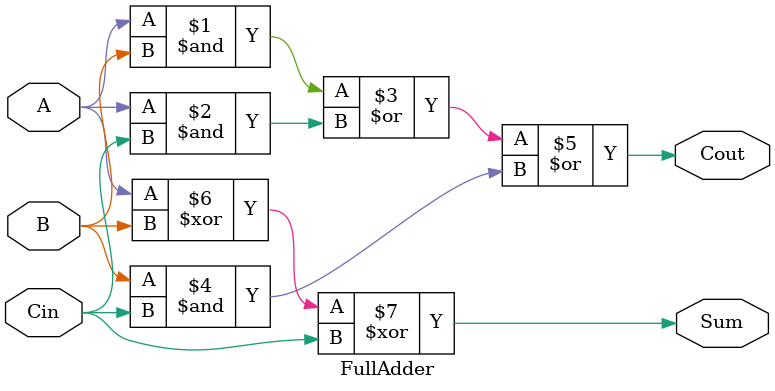
<source format=v>
`ifndef __INTEGER_ADDER_SUBTRACTOR
`define __INTEGER_ADDER_SUBTRACTOR

module Adder_Subtractor8 (
	output  Cout,
	output  [7:0] Sum,
	input   [7:0] A, B,
	input   Cin
);
	wire C1, C2, C3, C4, C5, C6, C7;
	FullAdder F0(C1,    Sum[0], A[0], B[0] ^ Cin, Cin);
	FullAdder F1(C2,    Sum[1], A[1], B[1] ^ Cin, C1 );
	FullAdder F2(C3,    Sum[2], A[2], B[2] ^ Cin, C2 );
	FullAdder F3(C4,    Sum[3], A[3], B[3] ^ Cin, C3 );
	FullAdder F4(C5,    Sum[4], A[4], B[4] ^ Cin, C4 );
	FullAdder F5(C6,    Sum[5], A[5], B[5] ^ Cin, C5 );
	FullAdder F6(C7,    Sum[6], A[6], B[6] ^ Cin, C6 );
	FullAdder F7(Cout,  Sum[7], A[7], B[7] ^ Cin, C7 );
endmodule   

module Adder_Subtractor25 (
	output  Cout,
	output  [24:0] Sum,
	input   [24:0] A, B,
	input   Cin
);
	wire C1, C2, C3, C4, C5, C6, C7, C8, C9, C10, C11, C12, C13, 
		C14, C15, C16, C17, C18, C19, C20, C21, C22, C23, C24;
	FullAdder F0(C1, Sum[0], A[0], B[0] ^ Cin, Cin);
	FullAdder F1(C2, Sum[1], A[1], B[1] ^ Cin, C1);
	FullAdder F2(C3, Sum[2], A[2], B[2] ^ Cin, C2);
	FullAdder F3(C4, Sum[3], A[3], B[3] ^ Cin, C3);
	FullAdder F4(C5, Sum[4], A[4], B[4] ^ Cin, C4);
	FullAdder F5(C6, Sum[5], A[5], B[5] ^ Cin, C5);
	FullAdder F6(C7, Sum[6], A[6], B[6] ^ Cin, C6);
	FullAdder F7(C8, Sum[7], A[7], B[7] ^ Cin, C7);
	FullAdder F8(C9, Sum[8], A[8], B[8] ^ Cin, C8);
	FullAdder F9(C10, Sum[9], A[9], B[9] ^ Cin, C9);
	FullAdder F10(C11, Sum[10], A[10], B[10] ^ Cin, C10);
	FullAdder F11(C12, Sum[11], A[11], B[11] ^ Cin, C11);
	FullAdder F12(C13, Sum[12], A[12], B[12] ^ Cin, C12);
	FullAdder F13(C14, Sum[13], A[13], B[13] ^ Cin, C13);
	FullAdder F14(C15, Sum[14], A[14], B[14] ^ Cin, C14);
	FullAdder F15(C16, Sum[15], A[15], B[15] ^ Cin, C15);
	FullAdder F16(C17, Sum[16], A[16], B[16] ^ Cin, C16);
	FullAdder F17(C18, Sum[17], A[17], B[17] ^ Cin, C17);
	FullAdder F18(C19, Sum[18], A[18], B[18] ^ Cin, C18);
	FullAdder F19(C20, Sum[19], A[19], B[19] ^ Cin, C19);
	FullAdder F20(C21, Sum[20], A[20], B[20] ^ Cin, C20);
	FullAdder F21(C22, Sum[21], A[21], B[21] ^ Cin, C21);
	FullAdder F22(C23, Sum[22], A[22], B[22] ^ Cin, C22);
	FullAdder F23(C24, Sum[23], A[23], B[23] ^ Cin, C23);
	FullAdder F24(Cout, Sum[24], A[24], B[24] ^ Cin, C24);
endmodule

`endif

`ifndef __CARRY_LOOKAHEAD_ADDER
`define __CARRY_LOOKAHEAD_ADDER

module CarryLookaheadAdder #(
    parameter WIDTH = 32
)(
    output  [WIDTH-1 : 0]   Sum,
    output                  Cout,
    input   [WIDTH-1 : 0]   A, B,
    input                   Cin
);
    wire    [WIDTH:0]       C;
    assign  C[0] = Cin;
    
    genvar i;
    generate for (i=0; i<WIDTH; i=i+1) begin
            FullAdder FA(C[i+1], Sum[i], A[i], B[i], C[i]);
        end
    endgenerate

    assign  Cout = C[WIDTH];
endmodule

`endif

`ifndef __FULL_ADDER
`define __FULL_ADDER

module FullAdder (
    output Cout, Sum,
    input A, B, Cin
);
    assign Cout = (A & B) | (A & Cin) | (B & Cin);
    assign Sum  = A ^ B ^ Cin;
endmodule

`endif
</source>
